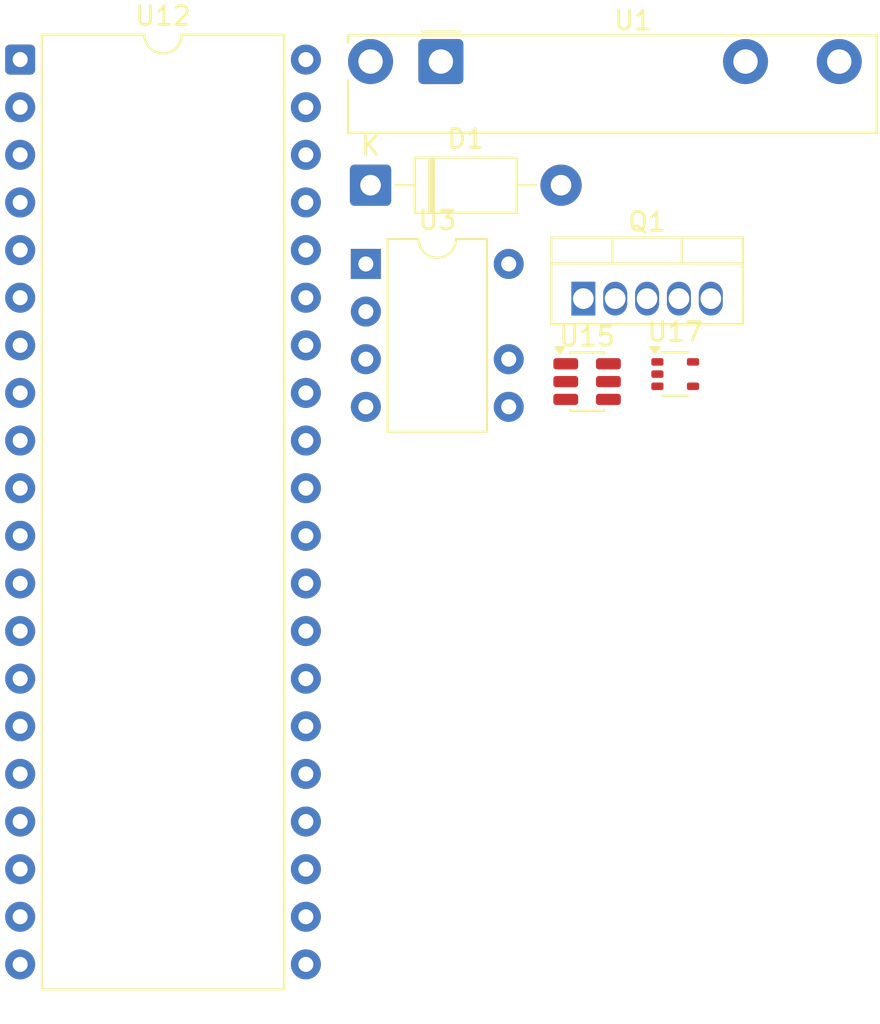
<source format=kicad_pcb>
(kicad_pcb (version 20241229) (generator "pcbnew") (generator_version "9.0")
  (layers (0 "F.Cu" signal) (2 "B.Cu" signal) (13 "F.Paste" user) (15 "B.Paste" user) (5 "F.SilkS" user "F.Silkscreen") (7 "B.SilkS" user "B.Silkscreen") (1 "F.Mask" user) (3 "B.Mask" user) (25 "Edge.Cuts" user))
  (net 0 "")
  (net 1 "Net-(D1-K)")
  (net 2 "Net-(D1-A)")
  (net 3 "Net-(Q1-OUT)")
  (net 4 "Net-(Q1-DG)")
  (net 6 "Net-(Q1-VCC)")
  (net 7 "Net-(Q1-GND)")
  (net 8 "Net-(U10-VDD)")
  (net 9 "Net-(U1-PadA1)")
  (net 10 "Net-(U16-OUT)")
  (net 11 "Net-(U15-V+)")
  (net 12 "Net-(U3-DRAIN)")
  (net 15 "Net-(U2-OPP{slash}Latch)")
  (net 22 "Net-(D3-K)")
  (net 39 "Net-(U12-+12V)")
  (net 61 "Net-(U16-IN-)")
  (net 64 "Net-(U16-IN+)")
  (footprint "Package_DIP:DIP-8-N7_W7.62mm" (layer "F.Cu") (at 154.7 66.64)
    (property "Reference" "U3" (at 3.81 -2.33 0) (layer "F.SilkS"))
    (property "Value" "NCP1072P065")
    (fp_line (start 1.16 -1.33) (end 1.16 8.95) (stroke (width 0.12)) (layer "F.SilkS"))
    (fp_line (start 1.16 8.95) (end 6.46 8.95) (stroke (width 0.12)) (layer "F.SilkS"))
    (fp_line (start 2.81 -1.33) (end 1.16 -1.33) (stroke (width 0.12)) (layer "F.SilkS"))
    (fp_line (start 6.46 -1.33) (end 4.81 -1.33) (stroke (width 0.12)) (layer "F.SilkS"))
    (fp_line (start 6.46 8.95) (end 6.46 -1.33) (stroke (width 0.12)) (layer "F.SilkS"))
    (fp_arc (start 4.81 -1.33) (mid 3.81 -0.33) (end 2.81 -1.33) (stroke (width 0.12)) (layer "F.SilkS"))
    (pad "1" thru_hole rect (at 0 0) (size 1.6 1.6) (drill 0.8) (layers "*.Cu" "*.Mask") (net 15 "Net-(U2-OPP{slash}Latch)"))
    (pad "2" thru_hole oval (at 0 2.54) (size 1.6 1.6) (drill 0.8) (layers "*.Cu" "*.Mask"))
    (pad "3" thru_hole oval (at 0 5.08) (size 1.6 1.6) (drill 0.8) (layers "*.Cu" "*.Mask") (net 6 "Net-(Q1-VCC)"))
    (pad "4" thru_hole oval (at 0 7.62) (size 1.6 1.6) (drill 0.8) (layers "*.Cu" "*.Mask"))
    (pad "5" thru_hole oval (at 7.62 7.62) (size 1.6 1.6) (drill 0.8) (layers "*.Cu" "*.Mask") (net 12 "Net-(U3-DRAIN)"))
    (pad "6" thru_hole oval (at 7.62 5.08) (size 1.6 1.6) (drill 0.8) (layers "*.Cu" "*.Mask"))
    (pad "8" thru_hole oval (at 7.62 0) (size 1.6 1.6) (drill 0.8) (layers "*.Cu" "*.Mask") (net 6 "Net-(Q1-VCC)"))
  )
  (footprint "Package_TO_SOT_THT:TO-220-5_Vertical" (layer "F.Cu") (at 166.3 68.49)
    (property "Reference" "Q1" (at 3.4 -4.1 0) (layer "F.SilkS"))
    (property "Value" "IPS6011PBF")
    (fp_line (start -1.71 -3.26) (end 8.51 -3.26) (stroke (width 0.12)) (layer "F.SilkS"))
    (fp_line (start -1.71 -1.88) (end 8.51 -1.88) (stroke (width 0.12)) (layer "F.SilkS"))
    (fp_line (start -1.71 1.36) (end -1.71 -3.26) (stroke (width 0.12)) (layer "F.SilkS"))
    (fp_line (start 1.55 -3.26) (end 1.55 -1.88) (stroke (width 0.12)) (layer "F.SilkS"))
    (fp_line (start 5.25 -3.26) (end 5.25 -1.88) (stroke (width 0.12)) (layer "F.SilkS"))
    (fp_line (start 8.51 -3.26) (end 8.51 1.36) (stroke (width 0.12)) (layer "F.SilkS"))
    (fp_line (start 8.51 1.36) (end -1.71 1.36) (stroke (width 0.12)) (layer "F.SilkS"))
    (pad "1" thru_hole rect (at 0 0) (size 1.275 1.8) (drill 1.1) (layers "*.Cu" "*.Mask") (net 7 "Net-(Q1-GND)"))
    (pad "2" thru_hole oval (at 1.7 0) (size 1.275 1.8) (drill 1.1) (layers "*.Cu" "*.Mask"))
    (pad "3" thru_hole oval (at 3.4 0) (size 1.275 1.8) (drill 1.1) (layers "*.Cu" "*.Mask") (net 6 "Net-(Q1-VCC)"))
    (pad "4" thru_hole oval (at 5.1 0) (size 1.275 1.8) (drill 1.1) (layers "*.Cu" "*.Mask") (net 4 "Net-(Q1-DG)"))
    (pad "5" thru_hole oval (at 6.8 0) (size 1.275 1.8) (drill 1.1) (layers "*.Cu" "*.Mask") (net 3 "Net-(Q1-OUT)"))
  )
  (footprint "Package_TO_SOT_SMD:SOT-23-6" (layer "F.Cu") (at 166.5 72.915)
    (property "Reference" "U15" (at 0 -2.4 0) (layer "F.SilkS"))
    (property "Value" "LM2665M6")
    (fp_line (start -0.91 -1.56) (end 0.91 -1.56) (stroke (width 0.12)) (layer "F.SilkS"))
    (fp_line (start -0.91 -1.51) (end -0.91 -1.56) (stroke (width 0.12)) (layer "F.SilkS"))
    (fp_line (start -0.91 1.56) (end -0.91 1.51) (stroke (width 0.12)) (layer "F.SilkS"))
    (fp_line (start 0.91 -1.56) (end 0.91 -1.51) (stroke (width 0.12)) (layer "F.SilkS"))
    (fp_line (start 0.91 1.51) (end 0.91 1.56) (stroke (width 0.12)) (layer "F.SilkS"))
    (fp_line (start 0.91 1.56) (end -0.91 1.56) (stroke (width 0.12)) (layer "F.SilkS"))
    (fp_poly (pts (xy -1.45 -1.51) (xy -1.69 -1.84) (xy -1.21 -1.84)) (stroke (width 0.12)) (fill yes) (layer "F.SilkS"))
    (pad "1" smd roundrect (at -1.1375 -0.95) (size 1.325 0.6) (layers "F.Cu" "F.Mask" "F.Paste") (net 11 "Net-(U15-V+)"))
    (pad "2" smd roundrect (at -1.1375 0) (size 1.325 0.6) (layers "F.Cu" "F.Mask" "F.Paste"))
    (pad "3" smd roundrect (at -1.1375 0.95) (size 1.325 0.6) (layers "F.Cu" "F.Mask" "F.Paste"))
    (pad "4" smd roundrect (at 1.1375 0.95) (size 1.325 0.6) (layers "F.Cu" "F.Mask" "F.Paste"))
    (pad "5" smd roundrect (at 1.1375 0) (size 1.325 0.6) (layers "F.Cu" "F.Mask" "F.Paste"))
    (pad "6" smd roundrect (at 1.1375 -0.95) (size 1.325 0.6) (layers "F.Cu" "F.Mask" "F.Paste"))
  )
  (footprint "OptoDevice:Finder_34.81" (layer "F.Cu") (at 158.7 55.845)
    (property "Reference" "U1" (at 10.25 -2.2 0) (layer "F.SilkS"))
    (property "Value" "34.81-7048")
    (fp_line (start -4.95 -1.4) (end -4.95 -1) (stroke (width 0.12)) (layer "F.SilkS"))
    (fp_line (start -4.95 -1.4) (end 23.25 -1.4) (stroke (width 0.12)) (layer "F.SilkS"))
    (fp_line (start -4.95 3.8) (end -4.95 1) (stroke (width 0.12)) (layer "F.SilkS"))
    (fp_line (start 1 -1.6) (end -1 -1.6) (stroke (width 0.12)) (layer "F.SilkS"))
    (fp_line (start 23.25 -1.4) (end 23.25 3.8) (stroke (width 0.12)) (layer "F.SilkS"))
    (fp_line (start 23.25 3.8) (end -4.95 3.8) (stroke (width 0.12)) (layer "F.SilkS"))
    (pad "11" thru_hole circle (at 16.25 0) (size 2.4 2.4) (drill 1.3) (layers "*.Cu" "*.Mask") (net 11 "Net-(U15-V+)"))
    (pad "14" thru_hole circle (at 21.25 0) (size 2.4 2.4) (drill 1.3) (layers "*.Cu" "*.Mask") (net 10 "Net-(U16-OUT)"))
    (pad "A1" thru_hole roundrect (at 0 0) (size 2.4 2.4) (drill 1.3) (layers "*.Cu" "*.Mask") (roundrect_rratio 0.104) (net 9 "Net-(U1-PadA1)"))
    (pad "A2" thru_hole circle (at -3.75 0) (size 2.4 2.4) (drill 1.3) (layers "*.Cu" "*.Mask") (net 8 "Net-(U10-VDD)"))
  )
  (footprint "Diode_THT:D_DO-41_SOD81_P10.16mm_Horizontal" (layer "F.Cu") (at 154.95 62.44)
    (property "Reference" "D1" (at 5.08 -2.47 0) (layer "F.SilkS"))
    (property "Value" "1N5817")
    (fp_line (start 1.34 0) (end 2.36 0) (stroke (width 0.12)) (layer "F.SilkS"))
    (fp_line (start 3.14 -1.47) (end 3.14 1.47) (stroke (width 0.12)) (layer "F.SilkS"))
    (fp_line (start 3.26 -1.47) (end 3.26 1.47) (stroke (width 0.12)) (layer "F.SilkS"))
    (fp_line (start 3.38 -1.47) (end 3.38 1.47) (stroke (width 0.12)) (layer "F.SilkS"))
    (fp_line (start 8.82 0) (end 7.8 0) (stroke (width 0.12)) (layer "F.SilkS"))
    (fp_rect (start 2.36 -1.47) (end 7.8 1.47) (stroke (width 0.12)) (fill no) (layer "F.SilkS"))
    (fp_text user "K" (at 0 -2.1 0) (layer "F.SilkS"))
    (pad "1" thru_hole roundrect (at 0 0) (size 2.2 2.2) (drill 1.1) (layers "*.Cu" "*.Mask") (roundrect_rratio 0.113636) (net 1 "Net-(D1-K)"))
    (pad "2" thru_hole circle (at 10.16 0) (size 2.2 2.2) (drill 1.1) (layers "*.Cu" "*.Mask") (net 2 "Net-(D1-A)"))
  )
  (footprint "Package_TO_SOT_SMD:SOT-353_SC-70-5" (layer "F.Cu") (at 171.2 72.515)
    (property "Reference" "U17" (at 0 -2.25 0) (layer "F.SilkS"))
    (property "Value" "TLV172IDCK")
    (fp_line (start -0.71 -1.16) (end 0.7 -1.16) (stroke (width 0.12)) (layer "F.SilkS"))
    (fp_line (start -0.7 1.16) (end 0.7 1.16) (stroke (width 0.12)) (layer "F.SilkS"))
    (fp_poly (pts (xy -1.08 -1.11) (xy -1.32 -1.44) (xy -0.84 -1.44) (xy -1.08 -1.11)) (stroke (width 0.12)) (fill yes) (layer "F.SilkS"))
    (pad "1" smd roundrect (at -0.95 -0.65) (size 0.65 0.4) (layers "F.Cu" "F.Mask" "F.Paste") (net 64 "Net-(U16-IN+)"))
    (pad "2" smd roundrect (at -0.95 0) (size 0.65 0.4) (layers "F.Cu" "F.Mask" "F.Paste"))
    (pad "3" smd roundrect (at -0.95 0.65) (size 0.65 0.4) (layers "F.Cu" "F.Mask" "F.Paste") (net 61 "Net-(U16-IN-)"))
    (pad "4" smd roundrect (at 0.95 0.65) (size 0.65 0.4) (layers "F.Cu" "F.Mask" "F.Paste") (net 10 "Net-(U16-OUT)"))
    (pad "5" smd roundrect (at 0.95 -0.65) (size 0.65 0.4) (layers "F.Cu" "F.Mask" "F.Paste"))
  )
  (footprint "Package_DIP:DIP-40_W15.24mm" (layer "F.Cu") (at 136.26 55.74)
    (property "Reference" "U12" (at 7.62 -2.33 0) (layer "F.SilkS"))
    (property "Value" "8080")
    (fp_line (start 1.16 -1.33) (end 1.16 49.59) (stroke (width 0.12)) (layer "F.SilkS"))
    (fp_line (start 1.16 49.59) (end 14.08 49.59) (stroke (width 0.12)) (layer "F.SilkS"))
    (fp_line (start 6.62 -1.33) (end 1.16 -1.33) (stroke (width 0.12)) (layer "F.SilkS"))
    (fp_line (start 14.08 -1.33) (end 8.62 -1.33) (stroke (width 0.12)) (layer "F.SilkS"))
    (fp_line (start 14.08 49.59) (end 14.08 -1.33) (stroke (width 0.12)) (layer "F.SilkS"))
    (fp_arc (start 8.62 -1.33) (mid 7.62 -0.33) (end 6.62 -1.33) (stroke (width 0.12)) (layer "F.SilkS"))
    (pad "1" thru_hole roundrect (at 0 0) (size 1.6 1.6) (drill 0.8) (layers "*.Cu" "*.Mask") (roundrect_rratio 0.15625))
    (pad "2" thru_hole circle (at 0 2.54) (size 1.6 1.6) (drill 0.8) (layers "*.Cu" "*.Mask"))
    (pad "3" thru_hole circle (at 0 5.08) (size 1.6 1.6) (drill 0.8) (layers "*.Cu" "*.Mask"))
    (pad "4" thru_hole circle (at 0 7.62) (size 1.6 1.6) (drill 0.8) (layers "*.Cu" "*.Mask"))
    (pad "5" thru_hole circle (at 0 10.16) (size 1.6 1.6) (drill 0.8) (layers "*.Cu" "*.Mask"))
    (pad "6" thru_hole circle (at 0 12.7) (size 1.6 1.6) (drill 0.8) (layers "*.Cu" "*.Mask"))
    (pad "7" thru_hole circle (at 0 15.24) (size 1.6 1.6) (drill 0.8) (layers "*.Cu" "*.Mask"))
    (pad "8" thru_hole circle (at 0 17.78) (size 1.6 1.6) (drill 0.8) (layers "*.Cu" "*.Mask"))
    (pad "9" thru_hole circle (at 0 20.32) (size 1.6 1.6) (drill 0.8) (layers "*.Cu" "*.Mask"))
    (pad "10" thru_hole circle (at 0 22.86) (size 1.6 1.6) (drill 0.8) (layers "*.Cu" "*.Mask"))
    (pad "11" thru_hole circle (at 0 25.4) (size 1.6 1.6) (drill 0.8) (layers "*.Cu" "*.Mask"))
    (pad "12" thru_hole circle (at 0 27.94) (size 1.6 1.6) (drill 0.8) (layers "*.Cu" "*.Mask") (net 22 "Net-(D3-K)"))
    (pad "13" thru_hole circle (at 0 30.48) (size 1.6 1.6) (drill 0.8) (layers "*.Cu" "*.Mask"))
    (pad "14" thru_hole circle (at 0 33.02) (size 1.6 1.6) (drill 0.8) (layers "*.Cu" "*.Mask"))
    (pad "15" thru_hole circle (at 0 35.56) (size 1.6 1.6) (drill 0.8) (layers "*.Cu" "*.Mask"))
    (pad "16" thru_hole circle (at 0 38.1) (size 1.6 1.6) (drill 0.8) (layers "*.Cu" "*.Mask"))
    (pad "17" thru_hole circle (at 0 40.64) (size 1.6 1.6) (drill 0.8) (layers "*.Cu" "*.Mask"))
    (pad "18" thru_hole circle (at 0 43.18) (size 1.6 1.6) (drill 0.8) (layers "*.Cu" "*.Mask"))
    (pad "19" thru_hole circle (at 0 45.72) (size 1.6 1.6) (drill 0.8) (layers "*.Cu" "*.Mask"))
    (pad "20" thru_hole circle (at 0 48.26) (size 1.6 1.6) (drill 0.8) (layers "*.Cu" "*.Mask"))
    (pad "21" thru_hole circle (at 15.24 48.26) (size 1.6 1.6) (drill 0.8) (layers "*.Cu" "*.Mask"))
    (pad "22" thru_hole circle (at 15.24 45.72) (size 1.6 1.6) (drill 0.8) (layers "*.Cu" "*.Mask"))
    (pad "23" thru_hole circle (at 15.24 43.18) (size 1.6 1.6) (drill 0.8) (layers "*.Cu" "*.Mask"))
    (pad "24" thru_hole circle (at 15.24 40.64) (size 1.6 1.6) (drill 0.8) (layers "*.Cu" "*.Mask"))
    (pad "25" thru_hole circle (at 15.24 38.1) (size 1.6 1.6) (drill 0.8) (layers "*.Cu" "*.Mask"))
    (pad "26" thru_hole circle (at 15.24 35.56) (size 1.6 1.6) (drill 0.8) (layers "*.Cu" "*.Mask"))
    (pad "27" thru_hole circle (at 15.24 33.02) (size 1.6 1.6) (drill 0.8) (layers "*.Cu" "*.Mask"))
    (pad "28" thru_hole circle (at 15.24 30.48) (size 1.6 1.6) (drill 0.8) (layers "*.Cu" "*.Mask") (net 39 "Net-(U12-+12V)"))
    (pad "29" thru_hole circle (at 15.24 27.94) (size 1.6 1.6) (drill 0.8) (layers "*.Cu" "*.Mask"))
    (pad "30" thru_hole circle (at 15.24 25.4) (size 1.6 1.6) (drill 0.8) (layers "*.Cu" "*.Mask"))
    (pad "31" thru_hole circle (at 15.24 22.86) (size 1.6 1.6) (drill 0.8) (layers "*.Cu" "*.Mask"))
    (pad "32" thru_hole circle (at 15.24 20.32) (size 1.6 1.6) (drill 0.8) (layers "*.Cu" "*.Mask"))
    (pad "33" thru_hole circle (at 15.24 17.78) (size 1.6 1.6) (drill 0.8) (layers "*.Cu" "*.Mask"))
    (pad "34" thru_hole circle (at 15.24 15.24) (size 1.6 1.6) (drill 0.8) (layers "*.Cu" "*.Mask"))
    (pad "35" thru_hole circle (at 15.24 12.7) (size 1.6 1.6) (drill 0.8) (layers "*.Cu" "*.Mask"))
    (pad "36" thru_hole circle (at 15.24 10.16) (size 1.6 1.6) (drill 0.8) (layers "*.Cu" "*.Mask"))
    (pad "37" thru_hole circle (at 15.24 7.62) (size 1.6 1.6) (drill 0.8) (layers "*.Cu" "*.Mask"))
    (pad "38" thru_hole circle (at 15.24 5.08) (size 1.6 1.6) (drill 0.8) (layers "*.Cu" "*.Mask"))
    (pad "39" thru_hole circle (at 15.24 2.54) (size 1.6 1.6) (drill 0.8) (layers "*.Cu" "*.Mask"))
    (pad "40" thru_hole circle (at 15.24 0) (size 1.6 1.6) (drill 0.8) (layers "*.Cu" "*.Mask"))
  )
)
</source>
